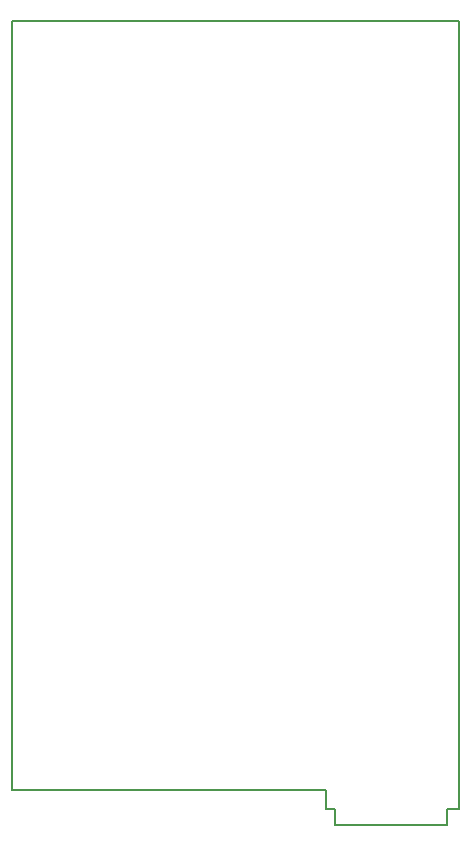
<source format=gbr>
G04 #@! TF.GenerationSoftware,KiCad,Pcbnew,(5.1.6)-1*
G04 #@! TF.CreationDate,2021-04-29T20:29:47-05:00*
G04 #@! TF.ProjectId,EncoderBoard3(1),456e636f-6465-4724-926f-617264332831,v1.0*
G04 #@! TF.SameCoordinates,Original*
G04 #@! TF.FileFunction,Profile,NP*
%FSLAX46Y46*%
G04 Gerber Fmt 4.6, Leading zero omitted, Abs format (unit mm)*
G04 Created by KiCad (PCBNEW (5.1.6)-1) date 2021-04-29 20:29:47*
%MOMM*%
%LPD*%
G01*
G04 APERTURE LIST*
G04 #@! TA.AperFunction,Profile*
%ADD10C,0.150000*%
G04 #@! TD*
G04 APERTURE END LIST*
D10*
X141986000Y-149000000D02*
X141000000Y-149000000D01*
X141000000Y-150320000D02*
X141000000Y-149000000D01*
X130700000Y-149000000D02*
X131500000Y-149000000D01*
X131500000Y-150320000D02*
X131500000Y-149000000D01*
X131500000Y-150320000D02*
X141000000Y-150320000D01*
X130700000Y-147320000D02*
X130700000Y-149000000D01*
X104140000Y-82219800D02*
X104140000Y-147320000D01*
X104140000Y-82219800D02*
X141986000Y-82219800D01*
X141986000Y-82219800D02*
X141986000Y-149000000D01*
X104140000Y-147320000D02*
X130700000Y-147320000D01*
M02*

</source>
